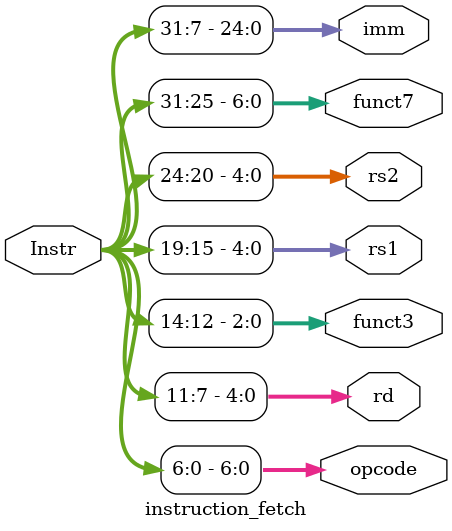
<source format=v>
module instruction_fetch(
		output [6:0] opcode, 
		output [11:7] rd, 
		output [14:12] funct3,
		output [19:15] rs1,
		output [24:20] rs2,
		output [31:25] funct7,
		output [31:7] imm,
		input [31:0] Instr);
	assign opcode=Instr[6:0];
	assign rd=Instr[11:7];
	assign funct3=Instr[14:12];
	assign rs1=Instr[19:15];
	assign rs2=Instr[24:20];
	assign funct7=Instr[31:25];
	assign imm=Instr[31:7];
	
endmodule
</source>
